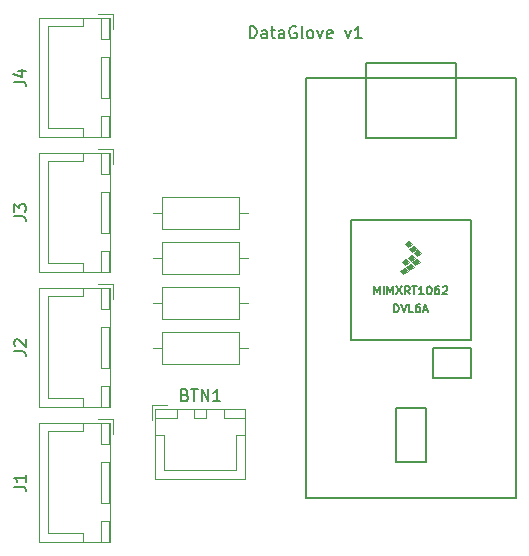
<source format=gto>
%TF.GenerationSoftware,KiCad,Pcbnew,(5.1.10-1-10_14)*%
%TF.CreationDate,2021-10-17T13:29:00+11:00*%
%TF.ProjectId,glove-board,676c6f76-652d-4626-9f61-72642e6b6963,rev?*%
%TF.SameCoordinates,Original*%
%TF.FileFunction,Legend,Top*%
%TF.FilePolarity,Positive*%
%FSLAX46Y46*%
G04 Gerber Fmt 4.6, Leading zero omitted, Abs format (unit mm)*
G04 Created by KiCad (PCBNEW (5.1.10-1-10_14)) date 2021-10-17 13:29:00*
%MOMM*%
%LPD*%
G01*
G04 APERTURE LIST*
%ADD10C,0.150000*%
%ADD11C,0.120000*%
%ADD12C,0.100000*%
G04 APERTURE END LIST*
D10*
X123555714Y-983432380D02*
X123555714Y-982432380D01*
X123793809Y-982432380D01*
X123936666Y-982480000D01*
X124031904Y-982575238D01*
X124079523Y-982670476D01*
X124127142Y-982860952D01*
X124127142Y-983003809D01*
X124079523Y-983194285D01*
X124031904Y-983289523D01*
X123936666Y-983384761D01*
X123793809Y-983432380D01*
X123555714Y-983432380D01*
X124984285Y-983432380D02*
X124984285Y-982908571D01*
X124936666Y-982813333D01*
X124841428Y-982765714D01*
X124650952Y-982765714D01*
X124555714Y-982813333D01*
X124984285Y-983384761D02*
X124889047Y-983432380D01*
X124650952Y-983432380D01*
X124555714Y-983384761D01*
X124508095Y-983289523D01*
X124508095Y-983194285D01*
X124555714Y-983099047D01*
X124650952Y-983051428D01*
X124889047Y-983051428D01*
X124984285Y-983003809D01*
X125317619Y-982765714D02*
X125698571Y-982765714D01*
X125460476Y-982432380D02*
X125460476Y-983289523D01*
X125508095Y-983384761D01*
X125603333Y-983432380D01*
X125698571Y-983432380D01*
X126460476Y-983432380D02*
X126460476Y-982908571D01*
X126412857Y-982813333D01*
X126317619Y-982765714D01*
X126127142Y-982765714D01*
X126031904Y-982813333D01*
X126460476Y-983384761D02*
X126365238Y-983432380D01*
X126127142Y-983432380D01*
X126031904Y-983384761D01*
X125984285Y-983289523D01*
X125984285Y-983194285D01*
X126031904Y-983099047D01*
X126127142Y-983051428D01*
X126365238Y-983051428D01*
X126460476Y-983003809D01*
X127460476Y-982480000D02*
X127365238Y-982432380D01*
X127222380Y-982432380D01*
X127079523Y-982480000D01*
X126984285Y-982575238D01*
X126936666Y-982670476D01*
X126889047Y-982860952D01*
X126889047Y-983003809D01*
X126936666Y-983194285D01*
X126984285Y-983289523D01*
X127079523Y-983384761D01*
X127222380Y-983432380D01*
X127317619Y-983432380D01*
X127460476Y-983384761D01*
X127508095Y-983337142D01*
X127508095Y-983003809D01*
X127317619Y-983003809D01*
X128079523Y-983432380D02*
X127984285Y-983384761D01*
X127936666Y-983289523D01*
X127936666Y-982432380D01*
X128603333Y-983432380D02*
X128508095Y-983384761D01*
X128460476Y-983337142D01*
X128412857Y-983241904D01*
X128412857Y-982956190D01*
X128460476Y-982860952D01*
X128508095Y-982813333D01*
X128603333Y-982765714D01*
X128746190Y-982765714D01*
X128841428Y-982813333D01*
X128889047Y-982860952D01*
X128936666Y-982956190D01*
X128936666Y-983241904D01*
X128889047Y-983337142D01*
X128841428Y-983384761D01*
X128746190Y-983432380D01*
X128603333Y-983432380D01*
X129270000Y-982765714D02*
X129508095Y-983432380D01*
X129746190Y-982765714D01*
X130508095Y-983384761D02*
X130412857Y-983432380D01*
X130222380Y-983432380D01*
X130127142Y-983384761D01*
X130079523Y-983289523D01*
X130079523Y-982908571D01*
X130127142Y-982813333D01*
X130222380Y-982765714D01*
X130412857Y-982765714D01*
X130508095Y-982813333D01*
X130555714Y-982908571D01*
X130555714Y-983003809D01*
X130079523Y-983099047D01*
X131650952Y-982765714D02*
X131889047Y-983432380D01*
X132127142Y-982765714D01*
X133031904Y-983432380D02*
X132460476Y-983432380D01*
X132746190Y-983432380D02*
X132746190Y-982432380D01*
X132650952Y-982575238D01*
X132555714Y-982670476D01*
X132460476Y-982718095D01*
D11*
%TO.C,BTN1*%
X115260000Y-1014520000D02*
X115260000Y-1015770000D01*
X116510000Y-1014520000D02*
X115260000Y-1014520000D01*
X122410000Y-1020020000D02*
X119360000Y-1020020000D01*
X122410000Y-1017070000D02*
X122410000Y-1020020000D01*
X123160000Y-1017070000D02*
X122410000Y-1017070000D01*
X116310000Y-1020020000D02*
X119360000Y-1020020000D01*
X116310000Y-1017070000D02*
X116310000Y-1020020000D01*
X115560000Y-1017070000D02*
X116310000Y-1017070000D01*
X123160000Y-1014820000D02*
X121360000Y-1014820000D01*
X123160000Y-1015570000D02*
X123160000Y-1014820000D01*
X121360000Y-1015570000D02*
X123160000Y-1015570000D01*
X121360000Y-1014820000D02*
X121360000Y-1015570000D01*
X117360000Y-1014820000D02*
X115560000Y-1014820000D01*
X117360000Y-1015570000D02*
X117360000Y-1014820000D01*
X115560000Y-1015570000D02*
X117360000Y-1015570000D01*
X115560000Y-1014820000D02*
X115560000Y-1015570000D01*
X119860000Y-1014820000D02*
X118860000Y-1014820000D01*
X119860000Y-1015570000D02*
X119860000Y-1014820000D01*
X118860000Y-1015570000D02*
X119860000Y-1015570000D01*
X118860000Y-1014820000D02*
X118860000Y-1015570000D01*
X123170000Y-1014810000D02*
X115550000Y-1014810000D01*
X123170000Y-1020780000D02*
X123170000Y-1014810000D01*
X115550000Y-1020780000D02*
X123170000Y-1020780000D01*
X115550000Y-1014810000D02*
X115550000Y-1020780000D01*
%TO.C,J1*%
X111970000Y-1015690000D02*
X110720000Y-1015690000D01*
X111970000Y-1016940000D02*
X111970000Y-1015690000D01*
X106470000Y-1025340000D02*
X106470000Y-1021040000D01*
X109420000Y-1025340000D02*
X106470000Y-1025340000D01*
X109420000Y-1026090000D02*
X109420000Y-1025340000D01*
X106470000Y-1016740000D02*
X106470000Y-1021040000D01*
X109420000Y-1016740000D02*
X106470000Y-1016740000D01*
X109420000Y-1015990000D02*
X109420000Y-1016740000D01*
X111670000Y-1026090000D02*
X111670000Y-1024290000D01*
X110920000Y-1026090000D02*
X111670000Y-1026090000D01*
X110920000Y-1024290000D02*
X110920000Y-1026090000D01*
X111670000Y-1024290000D02*
X110920000Y-1024290000D01*
X111670000Y-1017790000D02*
X111670000Y-1015990000D01*
X110920000Y-1017790000D02*
X111670000Y-1017790000D01*
X110920000Y-1015990000D02*
X110920000Y-1017790000D01*
X111670000Y-1015990000D02*
X110920000Y-1015990000D01*
X111670000Y-1022790000D02*
X111670000Y-1019290000D01*
X110920000Y-1022790000D02*
X111670000Y-1022790000D01*
X110920000Y-1019290000D02*
X110920000Y-1022790000D01*
X111670000Y-1019290000D02*
X110920000Y-1019290000D01*
X111680000Y-1026100000D02*
X111680000Y-1015980000D01*
X105710000Y-1026100000D02*
X111680000Y-1026100000D01*
X105710000Y-1015980000D02*
X105710000Y-1026100000D01*
X111680000Y-1015980000D02*
X105710000Y-1015980000D01*
%TO.C,J2*%
X111680000Y-1004550000D02*
X105710000Y-1004550000D01*
X105710000Y-1004550000D02*
X105710000Y-1014670000D01*
X105710000Y-1014670000D02*
X111680000Y-1014670000D01*
X111680000Y-1014670000D02*
X111680000Y-1004550000D01*
X111670000Y-1007860000D02*
X110920000Y-1007860000D01*
X110920000Y-1007860000D02*
X110920000Y-1011360000D01*
X110920000Y-1011360000D02*
X111670000Y-1011360000D01*
X111670000Y-1011360000D02*
X111670000Y-1007860000D01*
X111670000Y-1004560000D02*
X110920000Y-1004560000D01*
X110920000Y-1004560000D02*
X110920000Y-1006360000D01*
X110920000Y-1006360000D02*
X111670000Y-1006360000D01*
X111670000Y-1006360000D02*
X111670000Y-1004560000D01*
X111670000Y-1012860000D02*
X110920000Y-1012860000D01*
X110920000Y-1012860000D02*
X110920000Y-1014660000D01*
X110920000Y-1014660000D02*
X111670000Y-1014660000D01*
X111670000Y-1014660000D02*
X111670000Y-1012860000D01*
X109420000Y-1004560000D02*
X109420000Y-1005310000D01*
X109420000Y-1005310000D02*
X106470000Y-1005310000D01*
X106470000Y-1005310000D02*
X106470000Y-1009610000D01*
X109420000Y-1014660000D02*
X109420000Y-1013910000D01*
X109420000Y-1013910000D02*
X106470000Y-1013910000D01*
X106470000Y-1013910000D02*
X106470000Y-1009610000D01*
X111970000Y-1005510000D02*
X111970000Y-1004260000D01*
X111970000Y-1004260000D02*
X110720000Y-1004260000D01*
%TO.C,J3*%
X111970000Y-992830000D02*
X110720000Y-992830000D01*
X111970000Y-994080000D02*
X111970000Y-992830000D01*
X106470000Y-1002480000D02*
X106470000Y-998180000D01*
X109420000Y-1002480000D02*
X106470000Y-1002480000D01*
X109420000Y-1003230000D02*
X109420000Y-1002480000D01*
X106470000Y-993880000D02*
X106470000Y-998180000D01*
X109420000Y-993880000D02*
X106470000Y-993880000D01*
X109420000Y-993130000D02*
X109420000Y-993880000D01*
X111670000Y-1003230000D02*
X111670000Y-1001430000D01*
X110920000Y-1003230000D02*
X111670000Y-1003230000D01*
X110920000Y-1001430000D02*
X110920000Y-1003230000D01*
X111670000Y-1001430000D02*
X110920000Y-1001430000D01*
X111670000Y-994930000D02*
X111670000Y-993130000D01*
X110920000Y-994930000D02*
X111670000Y-994930000D01*
X110920000Y-993130000D02*
X110920000Y-994930000D01*
X111670000Y-993130000D02*
X110920000Y-993130000D01*
X111670000Y-999930000D02*
X111670000Y-996430000D01*
X110920000Y-999930000D02*
X111670000Y-999930000D01*
X110920000Y-996430000D02*
X110920000Y-999930000D01*
X111670000Y-996430000D02*
X110920000Y-996430000D01*
X111680000Y-1003240000D02*
X111680000Y-993120000D01*
X105710000Y-1003240000D02*
X111680000Y-1003240000D01*
X105710000Y-993120000D02*
X105710000Y-1003240000D01*
X111680000Y-993120000D02*
X105710000Y-993120000D01*
%TO.C,J4*%
X111680000Y-981690000D02*
X105710000Y-981690000D01*
X105710000Y-981690000D02*
X105710000Y-991810000D01*
X105710000Y-991810000D02*
X111680000Y-991810000D01*
X111680000Y-991810000D02*
X111680000Y-981690000D01*
X111670000Y-985000000D02*
X110920000Y-985000000D01*
X110920000Y-985000000D02*
X110920000Y-988500000D01*
X110920000Y-988500000D02*
X111670000Y-988500000D01*
X111670000Y-988500000D02*
X111670000Y-985000000D01*
X111670000Y-981700000D02*
X110920000Y-981700000D01*
X110920000Y-981700000D02*
X110920000Y-983500000D01*
X110920000Y-983500000D02*
X111670000Y-983500000D01*
X111670000Y-983500000D02*
X111670000Y-981700000D01*
X111670000Y-990000000D02*
X110920000Y-990000000D01*
X110920000Y-990000000D02*
X110920000Y-991800000D01*
X110920000Y-991800000D02*
X111670000Y-991800000D01*
X111670000Y-991800000D02*
X111670000Y-990000000D01*
X109420000Y-981700000D02*
X109420000Y-982450000D01*
X109420000Y-982450000D02*
X106470000Y-982450000D01*
X106470000Y-982450000D02*
X106470000Y-986750000D01*
X109420000Y-991800000D02*
X109420000Y-991050000D01*
X109420000Y-991050000D02*
X106470000Y-991050000D01*
X106470000Y-991050000D02*
X106470000Y-986750000D01*
X111970000Y-982650000D02*
X111970000Y-981400000D01*
X111970000Y-981400000D02*
X110720000Y-981400000D01*
%TO.C,R1*%
X123420000Y-1009650000D02*
X122650000Y-1009650000D01*
X115340000Y-1009650000D02*
X116110000Y-1009650000D01*
X122650000Y-1008280000D02*
X116110000Y-1008280000D01*
X122650000Y-1011020000D02*
X122650000Y-1008280000D01*
X116110000Y-1011020000D02*
X122650000Y-1011020000D01*
X116110000Y-1008280000D02*
X116110000Y-1011020000D01*
%TO.C,R2*%
X116110000Y-1004470000D02*
X116110000Y-1007210000D01*
X116110000Y-1007210000D02*
X122650000Y-1007210000D01*
X122650000Y-1007210000D02*
X122650000Y-1004470000D01*
X122650000Y-1004470000D02*
X116110000Y-1004470000D01*
X115340000Y-1005840000D02*
X116110000Y-1005840000D01*
X123420000Y-1005840000D02*
X122650000Y-1005840000D01*
%TO.C,R3*%
X123420000Y-1002030000D02*
X122650000Y-1002030000D01*
X115340000Y-1002030000D02*
X116110000Y-1002030000D01*
X122650000Y-1000660000D02*
X116110000Y-1000660000D01*
X122650000Y-1003400000D02*
X122650000Y-1000660000D01*
X116110000Y-1003400000D02*
X122650000Y-1003400000D01*
X116110000Y-1000660000D02*
X116110000Y-1003400000D01*
%TO.C,R4*%
X116110000Y-996850000D02*
X116110000Y-999590000D01*
X116110000Y-999590000D02*
X122650000Y-999590000D01*
X122650000Y-999590000D02*
X122650000Y-996850000D01*
X122650000Y-996850000D02*
X116110000Y-996850000D01*
X115340000Y-998220000D02*
X116110000Y-998220000D01*
X123420000Y-998220000D02*
X122650000Y-998220000D01*
D12*
%TO.C,U1*%
G36*
X137033000Y-1000633000D02*
G01*
X137287000Y-1000887000D01*
X136906000Y-1001141000D01*
X136652000Y-1000887000D01*
X137033000Y-1000633000D01*
G37*
X137033000Y-1000633000D02*
X137287000Y-1000887000D01*
X136906000Y-1001141000D01*
X136652000Y-1000887000D01*
X137033000Y-1000633000D01*
G36*
X137414000Y-1001014000D02*
G01*
X137668000Y-1001268000D01*
X137287000Y-1001522000D01*
X137033000Y-1001268000D01*
X137414000Y-1001014000D01*
G37*
X137414000Y-1001014000D02*
X137668000Y-1001268000D01*
X137287000Y-1001522000D01*
X137033000Y-1001268000D01*
X137414000Y-1001014000D01*
G36*
X136652000Y-1002919000D02*
G01*
X136906000Y-1003173000D01*
X136525000Y-1003427000D01*
X136271000Y-1003173000D01*
X136652000Y-1002919000D01*
G37*
X136652000Y-1002919000D02*
X136906000Y-1003173000D01*
X136525000Y-1003427000D01*
X136271000Y-1003173000D01*
X136652000Y-1002919000D01*
G36*
X137160000Y-1002538000D02*
G01*
X137414000Y-1002792000D01*
X137033000Y-1003046000D01*
X136779000Y-1002792000D01*
X137160000Y-1002538000D01*
G37*
X137160000Y-1002538000D02*
X137414000Y-1002792000D01*
X137033000Y-1003046000D01*
X136779000Y-1002792000D01*
X137160000Y-1002538000D01*
G36*
X137668000Y-1002157000D02*
G01*
X137922000Y-1002411000D01*
X137541000Y-1002665000D01*
X137287000Y-1002411000D01*
X137668000Y-1002157000D01*
G37*
X137668000Y-1002157000D02*
X137922000Y-1002411000D01*
X137541000Y-1002665000D01*
X137287000Y-1002411000D01*
X137668000Y-1002157000D01*
G36*
X136779000Y-1002157000D02*
G01*
X137033000Y-1002411000D01*
X136652000Y-1002665000D01*
X136398000Y-1002411000D01*
X136779000Y-1002157000D01*
G37*
X136779000Y-1002157000D02*
X137033000Y-1002411000D01*
X136652000Y-1002665000D01*
X136398000Y-1002411000D01*
X136779000Y-1002157000D01*
G36*
X137287000Y-1001776000D02*
G01*
X137541000Y-1002030000D01*
X137160000Y-1002284000D01*
X136906000Y-1002030000D01*
X137287000Y-1001776000D01*
G37*
X137287000Y-1001776000D02*
X137541000Y-1002030000D01*
X137160000Y-1002284000D01*
X136906000Y-1002030000D01*
X137287000Y-1001776000D01*
G36*
X137795000Y-1001395000D02*
G01*
X138049000Y-1001649000D01*
X137668000Y-1001903000D01*
X137414000Y-1001649000D01*
X137795000Y-1001395000D01*
G37*
X137795000Y-1001395000D02*
X138049000Y-1001649000D01*
X137668000Y-1001903000D01*
X137414000Y-1001649000D01*
X137795000Y-1001395000D01*
D10*
X139065000Y-1009650000D02*
X142240000Y-1009650000D01*
X139065000Y-1012190000D02*
X139065000Y-1009650000D01*
X142240000Y-1012190000D02*
X139065000Y-1012190000D01*
X142240000Y-1009650000D02*
X142240000Y-1012190000D01*
X128270000Y-986790000D02*
X146050000Y-986790000D01*
X128270000Y-1022350000D02*
X128270000Y-986790000D01*
X146050000Y-1022350000D02*
X128270000Y-1022350000D01*
X146050000Y-986790000D02*
X146050000Y-1022350000D01*
X132080000Y-1009015000D02*
X132080000Y-998855000D01*
X142240000Y-1009015000D02*
X142240000Y-998855000D01*
X142240000Y-998855000D02*
X132080000Y-998855000D01*
X132080000Y-1009015000D02*
X142240000Y-1009015000D01*
X138430000Y-1014730000D02*
X138430000Y-1019302000D01*
X135890000Y-1014730000D02*
X138430000Y-1014730000D01*
X135890000Y-1019302000D02*
X135890000Y-1014730000D01*
X138430000Y-1019302000D02*
X135890000Y-1019302000D01*
X133350000Y-991870000D02*
X133350000Y-986790000D01*
X140970000Y-991870000D02*
X140970000Y-986790000D01*
X133350000Y-991870000D02*
X140970000Y-991870000D01*
X140970000Y-985520000D02*
X140970000Y-986790000D01*
X133350000Y-985520000D02*
X140970000Y-985520000D01*
X133350000Y-986790000D02*
X133350000Y-985520000D01*
%TO.C,BTN1*%
X118050476Y-1013648571D02*
X118193333Y-1013696190D01*
X118240952Y-1013743809D01*
X118288571Y-1013839047D01*
X118288571Y-1013981904D01*
X118240952Y-1014077142D01*
X118193333Y-1014124761D01*
X118098095Y-1014172380D01*
X117717142Y-1014172380D01*
X117717142Y-1013172380D01*
X118050476Y-1013172380D01*
X118145714Y-1013220000D01*
X118193333Y-1013267619D01*
X118240952Y-1013362857D01*
X118240952Y-1013458095D01*
X118193333Y-1013553333D01*
X118145714Y-1013600952D01*
X118050476Y-1013648571D01*
X117717142Y-1013648571D01*
X118574285Y-1013172380D02*
X119145714Y-1013172380D01*
X118860000Y-1014172380D02*
X118860000Y-1013172380D01*
X119479047Y-1014172380D02*
X119479047Y-1013172380D01*
X120050476Y-1014172380D01*
X120050476Y-1013172380D01*
X121050476Y-1014172380D02*
X120479047Y-1014172380D01*
X120764761Y-1014172380D02*
X120764761Y-1013172380D01*
X120669523Y-1013315238D01*
X120574285Y-1013410476D01*
X120479047Y-1013458095D01*
%TO.C,J1*%
X103592380Y-1021413333D02*
X104306666Y-1021413333D01*
X104449523Y-1021460952D01*
X104544761Y-1021556190D01*
X104592380Y-1021699047D01*
X104592380Y-1021794285D01*
X104592380Y-1020413333D02*
X104592380Y-1020984761D01*
X104592380Y-1020699047D02*
X103592380Y-1020699047D01*
X103735238Y-1020794285D01*
X103830476Y-1020889523D01*
X103878095Y-1020984761D01*
%TO.C,J2*%
X103592380Y-1009943333D02*
X104306666Y-1009943333D01*
X104449523Y-1009990952D01*
X104544761Y-1010086190D01*
X104592380Y-1010229047D01*
X104592380Y-1010324285D01*
X103687619Y-1009514761D02*
X103640000Y-1009467142D01*
X103592380Y-1009371904D01*
X103592380Y-1009133809D01*
X103640000Y-1009038571D01*
X103687619Y-1008990952D01*
X103782857Y-1008943333D01*
X103878095Y-1008943333D01*
X104020952Y-1008990952D01*
X104592380Y-1009562380D01*
X104592380Y-1008943333D01*
%TO.C,J3*%
X103592380Y-998513333D02*
X104306666Y-998513333D01*
X104449523Y-998560952D01*
X104544761Y-998656190D01*
X104592380Y-998799047D01*
X104592380Y-998894285D01*
X103592380Y-998132380D02*
X103592380Y-997513333D01*
X103973333Y-997846666D01*
X103973333Y-997703809D01*
X104020952Y-997608571D01*
X104068571Y-997560952D01*
X104163809Y-997513333D01*
X104401904Y-997513333D01*
X104497142Y-997560952D01*
X104544761Y-997608571D01*
X104592380Y-997703809D01*
X104592380Y-997989523D01*
X104544761Y-998084761D01*
X104497142Y-998132380D01*
%TO.C,J4*%
X103592380Y-987123333D02*
X104306666Y-987123333D01*
X104449523Y-987170952D01*
X104544761Y-987266190D01*
X104592380Y-987409047D01*
X104592380Y-987504285D01*
X103925714Y-986218571D02*
X104592380Y-986218571D01*
X103544761Y-986456666D02*
X104259047Y-986694761D01*
X104259047Y-986075714D01*
%TO.C,U1*%
X134076666Y-1005140666D02*
X134076666Y-1004440666D01*
X134310000Y-1004940666D01*
X134543333Y-1004440666D01*
X134543333Y-1005140666D01*
X134876666Y-1005140666D02*
X134876666Y-1004440666D01*
X135210000Y-1005140666D02*
X135210000Y-1004440666D01*
X135443333Y-1004940666D01*
X135676666Y-1004440666D01*
X135676666Y-1005140666D01*
X135943333Y-1004440666D02*
X136410000Y-1005140666D01*
X136410000Y-1004440666D02*
X135943333Y-1005140666D01*
X137076666Y-1005140666D02*
X136843333Y-1004807333D01*
X136676666Y-1005140666D02*
X136676666Y-1004440666D01*
X136943333Y-1004440666D01*
X137010000Y-1004474000D01*
X137043333Y-1004507333D01*
X137076666Y-1004574000D01*
X137076666Y-1004674000D01*
X137043333Y-1004740666D01*
X137010000Y-1004774000D01*
X136943333Y-1004807333D01*
X136676666Y-1004807333D01*
X137276666Y-1004440666D02*
X137676666Y-1004440666D01*
X137476666Y-1005140666D02*
X137476666Y-1004440666D01*
X138276666Y-1005140666D02*
X137876666Y-1005140666D01*
X138076666Y-1005140666D02*
X138076666Y-1004440666D01*
X138010000Y-1004540666D01*
X137943333Y-1004607333D01*
X137876666Y-1004640666D01*
X138710000Y-1004440666D02*
X138776666Y-1004440666D01*
X138843333Y-1004474000D01*
X138876666Y-1004507333D01*
X138910000Y-1004574000D01*
X138943333Y-1004707333D01*
X138943333Y-1004874000D01*
X138910000Y-1005007333D01*
X138876666Y-1005074000D01*
X138843333Y-1005107333D01*
X138776666Y-1005140666D01*
X138710000Y-1005140666D01*
X138643333Y-1005107333D01*
X138610000Y-1005074000D01*
X138576666Y-1005007333D01*
X138543333Y-1004874000D01*
X138543333Y-1004707333D01*
X138576666Y-1004574000D01*
X138610000Y-1004507333D01*
X138643333Y-1004474000D01*
X138710000Y-1004440666D01*
X139543333Y-1004440666D02*
X139410000Y-1004440666D01*
X139343333Y-1004474000D01*
X139310000Y-1004507333D01*
X139243333Y-1004607333D01*
X139210000Y-1004740666D01*
X139210000Y-1005007333D01*
X139243333Y-1005074000D01*
X139276666Y-1005107333D01*
X139343333Y-1005140666D01*
X139476666Y-1005140666D01*
X139543333Y-1005107333D01*
X139576666Y-1005074000D01*
X139610000Y-1005007333D01*
X139610000Y-1004840666D01*
X139576666Y-1004774000D01*
X139543333Y-1004740666D01*
X139476666Y-1004707333D01*
X139343333Y-1004707333D01*
X139276666Y-1004740666D01*
X139243333Y-1004774000D01*
X139210000Y-1004840666D01*
X139876666Y-1004507333D02*
X139910000Y-1004474000D01*
X139976666Y-1004440666D01*
X140143333Y-1004440666D01*
X140210000Y-1004474000D01*
X140243333Y-1004507333D01*
X140276666Y-1004574000D01*
X140276666Y-1004640666D01*
X140243333Y-1004740666D01*
X139843333Y-1005140666D01*
X140276666Y-1005140666D01*
X135760000Y-1006664666D02*
X135760000Y-1005964666D01*
X135926666Y-1005964666D01*
X136026666Y-1005998000D01*
X136093333Y-1006064666D01*
X136126666Y-1006131333D01*
X136160000Y-1006264666D01*
X136160000Y-1006364666D01*
X136126666Y-1006498000D01*
X136093333Y-1006564666D01*
X136026666Y-1006631333D01*
X135926666Y-1006664666D01*
X135760000Y-1006664666D01*
X136360000Y-1005964666D02*
X136593333Y-1006664666D01*
X136826666Y-1005964666D01*
X137393333Y-1006664666D02*
X137060000Y-1006664666D01*
X137060000Y-1005964666D01*
X137926666Y-1005964666D02*
X137793333Y-1005964666D01*
X137726666Y-1005998000D01*
X137693333Y-1006031333D01*
X137626666Y-1006131333D01*
X137593333Y-1006264666D01*
X137593333Y-1006531333D01*
X137626666Y-1006598000D01*
X137660000Y-1006631333D01*
X137726666Y-1006664666D01*
X137860000Y-1006664666D01*
X137926666Y-1006631333D01*
X137960000Y-1006598000D01*
X137993333Y-1006531333D01*
X137993333Y-1006364666D01*
X137960000Y-1006298000D01*
X137926666Y-1006264666D01*
X137860000Y-1006231333D01*
X137726666Y-1006231333D01*
X137660000Y-1006264666D01*
X137626666Y-1006298000D01*
X137593333Y-1006364666D01*
X138260000Y-1006464666D02*
X138593333Y-1006464666D01*
X138193333Y-1006664666D02*
X138426666Y-1005964666D01*
X138660000Y-1006664666D01*
%TD*%
M02*

</source>
